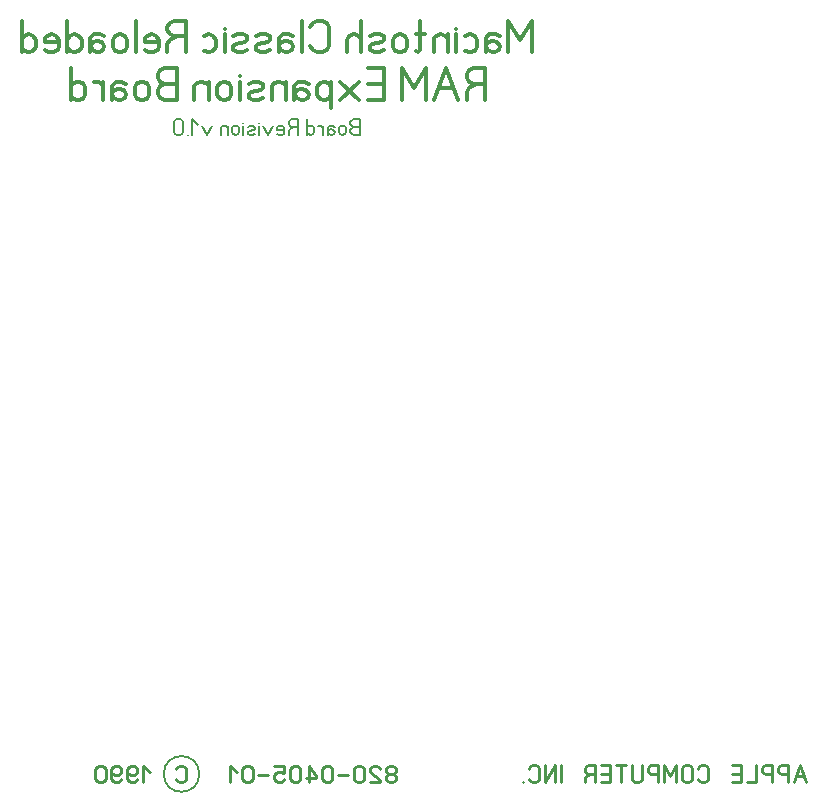
<source format=gbr>
%FSLAX34Y34*%
%MOMM*%
%LNSILK_BOTTOM*%
G71*
G01*
%ADD10C,0.254*%
%ADD11C,0.150*%
%ADD12C,0.333*%
%ADD13C,0.167*%
%LPD*%
G54D10*
X1051141Y133510D02*
X1045807Y147732D01*
X1040474Y133510D01*
G54D10*
X1049008Y138844D02*
X1042607Y138844D01*
G54D10*
X1035496Y133510D02*
X1035496Y147732D01*
X1030162Y147732D01*
X1028029Y146844D01*
X1026962Y145066D01*
X1026962Y143288D01*
X1028029Y141510D01*
X1030162Y140621D01*
X1035496Y140621D01*
G54D10*
X1021985Y133510D02*
X1021985Y147732D01*
X1016651Y147732D01*
X1014518Y146844D01*
X1013451Y145066D01*
X1013451Y143288D01*
X1014518Y141510D01*
X1016651Y140621D01*
X1021985Y140621D01*
G54D10*
X1008474Y147732D02*
X1008474Y133510D01*
X1001007Y133510D01*
G54D10*
X988562Y133510D02*
X996029Y133510D01*
X996029Y147732D01*
X988562Y147732D01*
G54D10*
X996029Y140621D02*
X988562Y140621D01*
G54D10*
X959477Y136177D02*
X960544Y134399D01*
X962677Y133510D01*
X964811Y133510D01*
X966944Y134399D01*
X968011Y136177D01*
X968011Y145066D01*
X966944Y146844D01*
X964811Y147732D01*
X962677Y147732D01*
X960544Y146844D01*
X959477Y145066D01*
G54D10*
X945966Y145066D02*
X945966Y136177D01*
X947033Y134399D01*
X949166Y133510D01*
X951300Y133510D01*
X953433Y134399D01*
X954500Y136177D01*
X954500Y145066D01*
X953433Y146844D01*
X951300Y147732D01*
X949166Y147732D01*
X947033Y146844D01*
X945966Y145066D01*
G54D10*
X940989Y133510D02*
X940989Y147732D01*
X935655Y138844D01*
X930322Y147732D01*
X930322Y133510D01*
G54D10*
X925344Y133510D02*
X925344Y147732D01*
X920010Y147732D01*
X917877Y146844D01*
X916810Y145066D01*
X916810Y143288D01*
X917877Y141510D01*
X920010Y140621D01*
X925344Y140621D01*
G54D10*
X911833Y147732D02*
X911833Y136177D01*
X910766Y134399D01*
X908633Y133510D01*
X906499Y133510D01*
X904366Y134399D01*
X903299Y136177D01*
X903299Y147732D01*
G54D10*
X894055Y133510D02*
X894055Y147732D01*
G54D10*
X898322Y147732D02*
X889788Y147732D01*
G54D10*
X877344Y133510D02*
X884811Y133510D01*
X884811Y147732D01*
X877344Y147732D01*
G54D10*
X884811Y140621D02*
X877344Y140621D01*
G54D10*
X868099Y140621D02*
X864899Y138844D01*
X863832Y137066D01*
X863832Y133510D01*
G54D10*
X872366Y133510D02*
X872366Y147732D01*
X867032Y147732D01*
X864899Y146844D01*
X863832Y145066D01*
X863832Y143288D01*
X864899Y141510D01*
X867032Y140621D01*
X872366Y140621D01*
G54D10*
X843282Y133510D02*
X843282Y147732D01*
G54D10*
X838304Y133510D02*
X838304Y147732D01*
X829770Y133510D01*
X829770Y147732D01*
G54D10*
X816259Y136177D02*
X817326Y134399D01*
X819459Y133510D01*
X821593Y133510D01*
X823726Y134399D01*
X824793Y136177D01*
X824793Y145066D01*
X823726Y146844D01*
X821593Y147732D01*
X819459Y147732D01*
X817326Y146844D01*
X816259Y145066D01*
G54D10*
X811282Y133510D02*
X811282Y133510D01*
G54D10*
X698552Y140461D02*
X700685Y140461D01*
X702818Y141350D01*
X703885Y143128D01*
X703885Y144906D01*
X702818Y146683D01*
X700685Y147572D01*
X698552Y147572D01*
X696418Y146683D01*
X695352Y144906D01*
X695352Y143128D01*
X696418Y141350D01*
X698552Y140461D01*
X696418Y139572D01*
X695352Y137794D01*
X695352Y136017D01*
X696418Y134239D01*
X698552Y133350D01*
X700685Y133350D01*
X702818Y134239D01*
X703885Y136017D01*
X703885Y137794D01*
X702818Y139572D01*
X700685Y140461D01*
G54D10*
X681841Y133350D02*
X690374Y133350D01*
X690374Y134239D01*
X689307Y136017D01*
X682907Y141350D01*
X681841Y143128D01*
X681841Y144906D01*
X682907Y146683D01*
X685041Y147572D01*
X687174Y147572D01*
X689307Y146683D01*
X690374Y144906D01*
G54D10*
X668330Y144906D02*
X668330Y136017D01*
X669396Y134239D01*
X671530Y133350D01*
X673663Y133350D01*
X675796Y134239D01*
X676863Y136017D01*
X676863Y144906D01*
X675796Y146683D01*
X673663Y147572D01*
X671530Y147572D01*
X669396Y146683D01*
X668330Y144906D01*
G54D10*
X663352Y139572D02*
X654819Y139572D01*
G54D10*
X641308Y144906D02*
X641308Y136017D01*
X642374Y134239D01*
X644508Y133350D01*
X646641Y133350D01*
X648774Y134239D01*
X649841Y136017D01*
X649841Y144906D01*
X648774Y146683D01*
X646641Y147572D01*
X644508Y147572D01*
X642374Y146683D01*
X641308Y144906D01*
G54D10*
X629930Y133350D02*
X629930Y147572D01*
X636330Y138683D01*
X636330Y136906D01*
X627797Y136906D01*
G54D10*
X614286Y144906D02*
X614286Y136017D01*
X615352Y134239D01*
X617486Y133350D01*
X619619Y133350D01*
X621752Y134239D01*
X622819Y136017D01*
X622819Y144906D01*
X621752Y146683D01*
X619619Y147572D01*
X617486Y147572D01*
X615352Y146683D01*
X614286Y144906D01*
G54D10*
X600775Y147572D02*
X609308Y147572D01*
X609308Y141350D01*
X608241Y141350D01*
X606108Y142239D01*
X603975Y142239D01*
X601841Y141350D01*
X600775Y139572D01*
X600775Y136017D01*
X601841Y134239D01*
X603975Y133350D01*
X606108Y133350D01*
X608241Y134239D01*
X609308Y136017D01*
G54D10*
X595797Y139572D02*
X587264Y139572D01*
G54D10*
X573753Y144906D02*
X573753Y136017D01*
X574819Y134239D01*
X576953Y133350D01*
X579086Y133350D01*
X581219Y134239D01*
X582286Y136017D01*
X582286Y144906D01*
X581219Y146683D01*
X579086Y147572D01*
X576953Y147572D01*
X574819Y146683D01*
X573753Y144906D01*
G54D10*
X568775Y142239D02*
X563442Y147572D01*
X563442Y133350D01*
G54D10*
X517552Y136017D02*
X518618Y134239D01*
X520752Y133350D01*
X522885Y133350D01*
X525018Y134239D01*
X526085Y136017D01*
X526085Y144906D01*
X525018Y146683D01*
X522885Y147572D01*
X520752Y147572D01*
X518618Y146683D01*
X517552Y144906D01*
G54D11*
G75*
G01X537197Y140494D02*
G03X537197Y140494I-15081J0D01*
G01*
G54D10*
X495129Y142239D02*
X489795Y147572D01*
X489795Y133350D01*
G54D10*
X484818Y136017D02*
X483751Y134239D01*
X481618Y133350D01*
X479484Y133350D01*
X477351Y134239D01*
X476284Y136017D01*
X476284Y140461D01*
X476284Y141350D01*
X479484Y139572D01*
X481618Y139572D01*
X483751Y140461D01*
X484818Y142239D01*
X484818Y144906D01*
X483751Y146683D01*
X481618Y147572D01*
X479484Y147572D01*
X477351Y146683D01*
X476284Y144906D01*
X476284Y140461D01*
G54D10*
X471307Y136017D02*
X470240Y134239D01*
X468107Y133350D01*
X465973Y133350D01*
X463840Y134239D01*
X462773Y136017D01*
X462773Y140461D01*
X462773Y141350D01*
X465973Y139572D01*
X468107Y139572D01*
X470240Y140461D01*
X471307Y142239D01*
X471307Y144906D01*
X470240Y146683D01*
X468107Y147572D01*
X465973Y147572D01*
X463840Y146683D01*
X462773Y144906D01*
X462773Y140461D01*
G54D10*
X449262Y144906D02*
X449262Y136017D01*
X450329Y134239D01*
X452462Y133350D01*
X454596Y133350D01*
X456729Y134239D01*
X457796Y136017D01*
X457796Y144906D01*
X456729Y146683D01*
X454596Y147572D01*
X452462Y147572D01*
X450329Y146683D01*
X449262Y144906D01*
G54D12*
X818948Y751631D02*
X818948Y778298D01*
X808948Y761631D01*
X798948Y778298D01*
X798948Y751631D01*
G54D12*
X791615Y764964D02*
X787615Y766631D01*
X782815Y766631D01*
X779615Y763298D01*
X779615Y751631D01*
G54D12*
X779615Y756631D02*
X781615Y759964D01*
X785615Y760631D01*
X789615Y759964D01*
X791615Y756631D01*
X790815Y753298D01*
X787615Y751631D01*
X785615Y751631D01*
X784815Y751631D01*
X781615Y753298D01*
X779615Y756631D01*
G54D12*
X762282Y765631D02*
X766282Y766631D01*
X770282Y765631D01*
X772282Y762298D01*
X772282Y755631D01*
X770282Y752298D01*
X766282Y751631D01*
X762282Y752298D01*
G54D12*
X754949Y751631D02*
X754949Y766631D01*
G54D12*
X754949Y771631D02*
X754949Y771631D01*
G54D12*
X747616Y751631D02*
X747616Y766631D01*
G54D12*
X747616Y763298D02*
X745616Y765631D01*
X741616Y766631D01*
X737616Y765631D01*
X735616Y763298D01*
X735616Y751631D01*
G54D12*
X724283Y778298D02*
X724283Y753298D01*
X722283Y751631D01*
X720283Y752298D01*
G54D12*
X728283Y766631D02*
X720283Y766631D01*
G54D12*
X700950Y755631D02*
X700950Y762298D01*
X702950Y765631D01*
X706950Y766631D01*
X710950Y765631D01*
X712950Y762298D01*
X712950Y755631D01*
X710950Y752298D01*
X706950Y751631D01*
X702950Y752298D01*
X700950Y755631D01*
G54D12*
X693617Y753298D02*
X689617Y751631D01*
X685617Y751631D01*
X681617Y753298D01*
X681617Y756631D01*
X683617Y758298D01*
X691617Y759964D01*
X693617Y761631D01*
X693617Y764964D01*
X689617Y766631D01*
X685617Y766631D01*
X681617Y764964D01*
G54D12*
X674284Y751631D02*
X674284Y778298D01*
G54D12*
X674284Y762298D02*
X672284Y765631D01*
X668284Y766631D01*
X664284Y765631D01*
X662284Y762298D01*
X662284Y751631D01*
G54D12*
X631218Y756631D02*
X633218Y753298D01*
X637218Y751631D01*
X641218Y751631D01*
X645218Y753298D01*
X647218Y756631D01*
X647218Y773298D01*
X645218Y776631D01*
X641218Y778298D01*
X637218Y778298D01*
X633218Y776631D01*
X631218Y773298D01*
G54D12*
X623885Y751631D02*
X623885Y778298D01*
G54D12*
X616552Y764964D02*
X612552Y766631D01*
X607752Y766631D01*
X604552Y763298D01*
X604552Y751631D01*
G54D12*
X604552Y756631D02*
X606552Y759964D01*
X610552Y760631D01*
X614552Y759964D01*
X616552Y756631D01*
X615752Y753298D01*
X612552Y751631D01*
X610552Y751631D01*
X609752Y751631D01*
X606552Y753298D01*
X604552Y756631D01*
G54D12*
X597219Y753298D02*
X593219Y751631D01*
X589219Y751631D01*
X585219Y753298D01*
X585219Y756631D01*
X587219Y758298D01*
X595219Y759964D01*
X597219Y761631D01*
X597219Y764964D01*
X593219Y766631D01*
X589219Y766631D01*
X585219Y764964D01*
G54D12*
X577886Y753298D02*
X573886Y751631D01*
X569886Y751631D01*
X565886Y753298D01*
X565886Y756631D01*
X567886Y758298D01*
X575886Y759964D01*
X577886Y761631D01*
X577886Y764964D01*
X573886Y766631D01*
X569886Y766631D01*
X565886Y764964D01*
G54D12*
X558553Y751631D02*
X558553Y766631D01*
G54D12*
X558553Y771631D02*
X558553Y771631D01*
G54D12*
X541220Y765631D02*
X545220Y766631D01*
X549220Y765631D01*
X551220Y762298D01*
X551220Y755631D01*
X549220Y752298D01*
X545220Y751631D01*
X541220Y752298D01*
G54D12*
X518154Y764964D02*
X512154Y761631D01*
X510154Y758298D01*
X510154Y751631D01*
G54D12*
X526154Y751631D02*
X526154Y778298D01*
X516154Y778298D01*
X512154Y776631D01*
X510154Y773298D01*
X510154Y769964D01*
X512154Y766631D01*
X516154Y764964D01*
X526154Y764964D01*
G54D12*
X490821Y753298D02*
X494021Y751631D01*
X498021Y751631D01*
X502021Y753298D01*
X502821Y756631D01*
X502821Y762298D01*
X500821Y765631D01*
X496821Y766631D01*
X492821Y765631D01*
X490821Y763298D01*
X490821Y759964D01*
X502821Y759964D01*
G54D12*
X483488Y751631D02*
X483488Y778298D01*
G54D12*
X464155Y755631D02*
X464155Y762298D01*
X466155Y765631D01*
X470155Y766631D01*
X474155Y765631D01*
X476155Y762298D01*
X476155Y755631D01*
X474155Y752298D01*
X470155Y751631D01*
X466155Y752298D01*
X464155Y755631D01*
G54D12*
X456822Y764964D02*
X452822Y766631D01*
X448022Y766631D01*
X444822Y763298D01*
X444822Y751631D01*
G54D12*
X444822Y756631D02*
X446822Y759964D01*
X450822Y760631D01*
X454822Y759964D01*
X456822Y756631D01*
X456022Y753298D01*
X452822Y751631D01*
X450822Y751631D01*
X450022Y751631D01*
X446822Y753298D01*
X444822Y756631D01*
G54D12*
X425489Y751631D02*
X425489Y778298D01*
G54D12*
X425489Y762298D02*
X427489Y765631D01*
X431489Y766631D01*
X435489Y765631D01*
X437489Y762298D01*
X437489Y755631D01*
X435489Y752298D01*
X431489Y751631D01*
X427489Y752298D01*
X425489Y755631D01*
G54D12*
X406156Y753298D02*
X409356Y751631D01*
X413356Y751631D01*
X417356Y753298D01*
X418156Y756631D01*
X418156Y762298D01*
X416156Y765631D01*
X412156Y766631D01*
X408156Y765631D01*
X406156Y763298D01*
X406156Y759964D01*
X418156Y759964D01*
G54D12*
X386823Y751631D02*
X386823Y778298D01*
G54D12*
X386823Y762298D02*
X388823Y765631D01*
X392823Y766631D01*
X396823Y765631D01*
X398823Y762298D01*
X398823Y755631D01*
X396823Y752298D01*
X392823Y751631D01*
X388823Y752298D01*
X386823Y755631D01*
G54D12*
X771462Y724533D02*
X765462Y721200D01*
X763462Y717867D01*
X763462Y711200D01*
G54D12*
X779462Y711200D02*
X779462Y737867D01*
X769462Y737867D01*
X765462Y736200D01*
X763462Y732867D01*
X763462Y729533D01*
X765462Y726200D01*
X769462Y724533D01*
X779462Y724533D01*
G54D12*
X756130Y711200D02*
X746130Y737867D01*
X736130Y711200D01*
G54D12*
X752130Y721200D02*
X740130Y721200D01*
G54D12*
X728796Y711200D02*
X728796Y737867D01*
X718796Y721200D01*
X708796Y737867D01*
X708796Y711200D01*
G54D12*
X679730Y711200D02*
X693730Y711200D01*
X693730Y737867D01*
X679730Y737867D01*
G54D12*
X693730Y724533D02*
X679730Y724533D01*
G54D12*
X672398Y726200D02*
X656398Y711200D01*
G54D12*
X672398Y711200D02*
X656398Y726200D01*
G54D12*
X649064Y726200D02*
X649064Y704533D01*
G54D12*
X649064Y716200D02*
X647064Y711867D01*
X643064Y711200D01*
X639064Y711867D01*
X637064Y715200D01*
X637064Y721867D01*
X639064Y725200D01*
X643064Y726200D01*
X647064Y725200D01*
X649064Y721200D01*
G54D12*
X629732Y724533D02*
X625732Y726200D01*
X620932Y726200D01*
X617732Y722867D01*
X617732Y711200D01*
G54D12*
X617732Y716200D02*
X619732Y719533D01*
X623732Y720200D01*
X627732Y719533D01*
X629732Y716200D01*
X628932Y712867D01*
X625732Y711200D01*
X623732Y711200D01*
X622932Y711200D01*
X619732Y712867D01*
X617732Y716200D01*
G54D12*
X610398Y711200D02*
X610398Y726200D01*
G54D12*
X610398Y722867D02*
X608398Y725200D01*
X604398Y726200D01*
X600398Y725200D01*
X598398Y722867D01*
X598398Y711200D01*
G54D12*
X591066Y712867D02*
X587066Y711200D01*
X583066Y711200D01*
X579066Y712867D01*
X579066Y716200D01*
X581066Y717867D01*
X589066Y719533D01*
X591066Y721200D01*
X591066Y724533D01*
X587066Y726200D01*
X583066Y726200D01*
X579066Y724533D01*
G54D12*
X571732Y711200D02*
X571732Y726200D01*
G54D12*
X571732Y731200D02*
X571732Y731200D01*
G54D12*
X552400Y715200D02*
X552400Y721867D01*
X554400Y725200D01*
X558400Y726200D01*
X562400Y725200D01*
X564400Y721867D01*
X564400Y715200D01*
X562400Y711867D01*
X558400Y711200D01*
X554400Y711867D01*
X552400Y715200D01*
G54D12*
X545066Y711200D02*
X545066Y726200D01*
G54D12*
X545066Y722867D02*
X543066Y725200D01*
X539066Y726200D01*
X535066Y725200D01*
X533066Y722867D01*
X533066Y711200D01*
G54D12*
X518000Y711200D02*
X518000Y737867D01*
X508000Y737867D01*
X504000Y736200D01*
X502000Y732867D01*
X502000Y729533D01*
X504000Y726200D01*
X508000Y724533D01*
X504000Y722867D01*
X502000Y719533D01*
X502000Y716200D01*
X504000Y712867D01*
X508000Y711200D01*
X518000Y711200D01*
G54D12*
X518000Y724533D02*
X508000Y724533D01*
G54D12*
X482668Y715200D02*
X482668Y721867D01*
X484668Y725200D01*
X488668Y726200D01*
X492668Y725200D01*
X494668Y721867D01*
X494668Y715200D01*
X492668Y711867D01*
X488668Y711200D01*
X484668Y711867D01*
X482668Y715200D01*
G54D12*
X475334Y724533D02*
X471334Y726200D01*
X466534Y726200D01*
X463334Y722867D01*
X463334Y711200D01*
G54D12*
X463334Y716200D02*
X465334Y719533D01*
X469334Y720200D01*
X473334Y719533D01*
X475334Y716200D01*
X474534Y712867D01*
X471334Y711200D01*
X469334Y711200D01*
X468534Y711200D01*
X465334Y712867D01*
X463334Y716200D01*
G54D12*
X456002Y711200D02*
X456002Y726200D01*
G54D12*
X456002Y722867D02*
X452002Y726200D01*
X448002Y726200D01*
G54D12*
X428668Y711200D02*
X428668Y737867D01*
G54D12*
X428668Y721867D02*
X430668Y725200D01*
X434668Y726200D01*
X438668Y725200D01*
X440668Y721867D01*
X440668Y715200D01*
X438668Y711867D01*
X434668Y711200D01*
X430668Y711867D01*
X428668Y715200D01*
G54D13*
X673100Y681831D02*
X673100Y695165D01*
X668100Y695165D01*
X666100Y694331D01*
X665100Y692665D01*
X665100Y690998D01*
X666100Y689331D01*
X668100Y688498D01*
X666100Y687665D01*
X665100Y685998D01*
X665100Y684331D01*
X666100Y682665D01*
X668100Y681831D01*
X673100Y681831D01*
G54D13*
X673100Y688498D02*
X668100Y688498D01*
G54D13*
X655433Y683831D02*
X655433Y687165D01*
X656433Y688831D01*
X658433Y689331D01*
X660433Y688831D01*
X661433Y687165D01*
X661433Y683831D01*
X660433Y682165D01*
X658433Y681831D01*
X656433Y682165D01*
X655433Y683831D01*
G54D13*
X651766Y688498D02*
X649766Y689331D01*
X647366Y689331D01*
X645766Y687665D01*
X645766Y681831D01*
G54D13*
X645766Y684331D02*
X646766Y685998D01*
X648766Y686331D01*
X650766Y685998D01*
X651766Y684331D01*
X651366Y682665D01*
X649766Y681831D01*
X648766Y681831D01*
X648366Y681831D01*
X646766Y682665D01*
X645766Y684331D01*
G54D13*
X642099Y681831D02*
X642099Y689331D01*
G54D13*
X642099Y687665D02*
X640099Y689331D01*
X638099Y689331D01*
G54D13*
X628432Y681831D02*
X628432Y695165D01*
G54D13*
X628432Y687165D02*
X629432Y688831D01*
X631432Y689331D01*
X633432Y688831D01*
X634432Y687165D01*
X634432Y683831D01*
X633432Y682165D01*
X631432Y681831D01*
X629432Y682165D01*
X628432Y683831D01*
G54D13*
X616898Y688498D02*
X613898Y686831D01*
X612898Y685165D01*
X612898Y681831D01*
G54D13*
X620898Y681831D02*
X620898Y695165D01*
X615898Y695165D01*
X613898Y694331D01*
X612898Y692665D01*
X612898Y690998D01*
X613898Y689331D01*
X615898Y688498D01*
X620898Y688498D01*
G54D13*
X603231Y682665D02*
X604831Y681831D01*
X606831Y681831D01*
X608831Y682665D01*
X609231Y684331D01*
X609231Y687165D01*
X608231Y688831D01*
X606231Y689331D01*
X604231Y688831D01*
X603231Y687665D01*
X603231Y685998D01*
X609231Y685998D01*
G54D13*
X599564Y689331D02*
X595564Y681831D01*
X591564Y689331D01*
G54D13*
X587897Y681831D02*
X587897Y689331D01*
G54D13*
X587897Y691831D02*
X587897Y691831D01*
G54D13*
X584230Y682665D02*
X582230Y681831D01*
X580230Y681831D01*
X578230Y682665D01*
X578230Y684331D01*
X579230Y685165D01*
X583230Y685998D01*
X584230Y686831D01*
X584230Y688498D01*
X582230Y689331D01*
X580230Y689331D01*
X578230Y688498D01*
G54D13*
X574563Y681831D02*
X574563Y689331D01*
G54D13*
X574563Y691831D02*
X574563Y691831D01*
G54D13*
X564896Y683831D02*
X564896Y687165D01*
X565896Y688831D01*
X567896Y689331D01*
X569896Y688831D01*
X570896Y687165D01*
X570896Y683831D01*
X569896Y682165D01*
X567896Y681831D01*
X565896Y682165D01*
X564896Y683831D01*
G54D13*
X561229Y681831D02*
X561229Y689331D01*
G54D13*
X561229Y687665D02*
X560229Y688831D01*
X558229Y689331D01*
X556229Y688831D01*
X555229Y687665D01*
X555229Y681831D01*
G54D13*
X547695Y689331D02*
X543695Y681831D01*
X539695Y689331D01*
G54D13*
X536028Y690165D02*
X531028Y695165D01*
X531028Y681831D01*
G54D13*
X527361Y681831D02*
X527361Y681831D01*
G54D13*
X515694Y692665D02*
X515694Y684331D01*
X516694Y682665D01*
X518694Y681831D01*
X520694Y681831D01*
X522694Y682665D01*
X523694Y684331D01*
X523694Y692665D01*
X522694Y694331D01*
X520694Y695165D01*
X518694Y695165D01*
X516694Y694331D01*
X515694Y692665D01*
M02*

</source>
